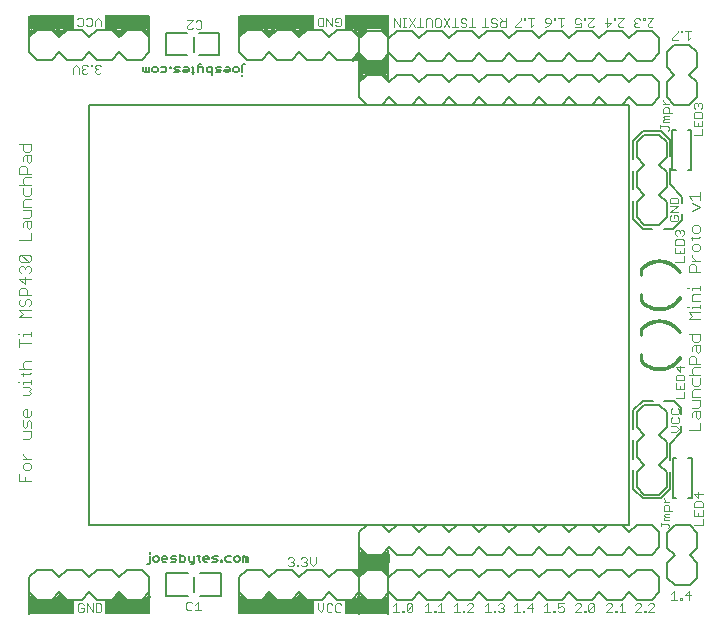
<source format=gto>
G75*
G70*
%OFA0B0*%
%FSLAX24Y24*%
%IPPOS*%
%LPD*%
%AMOC8*
5,1,8,0,0,1.08239X$1,22.5*
%
%ADD10C,0.0030*%
%ADD11C,0.0050*%
%ADD12R,0.2500X0.0500*%
%ADD13R,0.1500X0.0500*%
%ADD14R,0.1000X0.0500*%
%ADD15C,0.0080*%
%ADD16C,0.0100*%
%ADD17C,0.0240*%
%ADD18C,0.0010*%
D10*
X002327Y000586D02*
X002279Y000635D01*
X002279Y000828D01*
X002327Y000877D01*
X002424Y000877D01*
X002472Y000828D01*
X002472Y000731D02*
X002375Y000731D01*
X002472Y000731D02*
X002472Y000635D01*
X002424Y000586D01*
X002327Y000586D01*
X002573Y000586D02*
X002573Y000877D01*
X002767Y000586D01*
X002767Y000877D01*
X002868Y000877D02*
X003013Y000877D01*
X003061Y000828D01*
X003061Y000635D01*
X003013Y000586D01*
X002868Y000586D01*
X002868Y000877D01*
X005889Y000886D02*
X005889Y000692D01*
X005937Y000644D01*
X006034Y000644D01*
X006082Y000692D01*
X006183Y000644D02*
X006377Y000644D01*
X006280Y000644D02*
X006280Y000934D01*
X006183Y000837D01*
X006082Y000886D02*
X006034Y000934D01*
X005937Y000934D01*
X005889Y000886D01*
X009272Y002170D02*
X009321Y002121D01*
X009418Y002121D01*
X009466Y002170D01*
X009466Y002218D01*
X009418Y002266D01*
X009369Y002266D01*
X009418Y002266D02*
X009466Y002315D01*
X009466Y002363D01*
X009418Y002412D01*
X009321Y002412D01*
X009272Y002363D01*
X009567Y002170D02*
X009615Y002170D01*
X009615Y002121D01*
X009567Y002121D01*
X009567Y002170D01*
X009714Y002170D02*
X009763Y002121D01*
X009860Y002121D01*
X009908Y002170D01*
X009908Y002218D01*
X009860Y002266D01*
X009811Y002266D01*
X009860Y002266D02*
X009908Y002315D01*
X009908Y002363D01*
X009860Y002412D01*
X009763Y002412D01*
X009714Y002363D01*
X010009Y002412D02*
X010009Y002218D01*
X010106Y002121D01*
X010203Y002218D01*
X010203Y002412D01*
X010270Y000877D02*
X010270Y000683D01*
X010367Y000586D01*
X010463Y000683D01*
X010463Y000877D01*
X010564Y000828D02*
X010564Y000635D01*
X010613Y000586D01*
X010710Y000586D01*
X010758Y000635D01*
X010859Y000635D02*
X010907Y000586D01*
X011004Y000586D01*
X011053Y000635D01*
X011053Y000828D02*
X011004Y000877D01*
X010907Y000877D01*
X010859Y000828D01*
X010859Y000635D01*
X010758Y000828D02*
X010710Y000877D01*
X010613Y000877D01*
X010564Y000828D01*
X012791Y000777D02*
X012888Y000874D01*
X012888Y000584D01*
X012791Y000584D02*
X012985Y000584D01*
X013086Y000584D02*
X013134Y000584D01*
X013134Y000632D01*
X013086Y000632D01*
X013086Y000584D01*
X013233Y000632D02*
X013427Y000826D01*
X013427Y000632D01*
X013378Y000584D01*
X013281Y000584D01*
X013233Y000632D01*
X013233Y000826D01*
X013281Y000874D01*
X013378Y000874D01*
X013427Y000826D01*
X013854Y000777D02*
X013950Y000874D01*
X013950Y000584D01*
X013854Y000584D02*
X014047Y000584D01*
X014148Y000584D02*
X014148Y000632D01*
X014197Y000632D01*
X014197Y000584D01*
X014148Y000584D01*
X014296Y000584D02*
X014489Y000584D01*
X014392Y000584D02*
X014392Y000874D01*
X014296Y000777D01*
X014816Y000777D02*
X014913Y000874D01*
X014913Y000584D01*
X014816Y000584D02*
X015010Y000584D01*
X015111Y000584D02*
X015111Y000632D01*
X015159Y000632D01*
X015159Y000584D01*
X015111Y000584D01*
X015258Y000584D02*
X015452Y000777D01*
X015452Y000826D01*
X015403Y000874D01*
X015306Y000874D01*
X015258Y000826D01*
X015258Y000584D02*
X015452Y000584D01*
X015841Y000584D02*
X016035Y000584D01*
X015938Y000584D02*
X015938Y000874D01*
X015841Y000777D01*
X016136Y000632D02*
X016136Y000584D01*
X016184Y000584D01*
X016184Y000632D01*
X016136Y000632D01*
X016283Y000632D02*
X016331Y000584D01*
X016428Y000584D01*
X016477Y000632D01*
X016477Y000681D01*
X016428Y000729D01*
X016380Y000729D01*
X016428Y000729D02*
X016477Y000777D01*
X016477Y000826D01*
X016428Y000874D01*
X016331Y000874D01*
X016283Y000826D01*
X016816Y000777D02*
X016913Y000874D01*
X016913Y000584D01*
X016816Y000584D02*
X017010Y000584D01*
X017111Y000584D02*
X017159Y000584D01*
X017159Y000632D01*
X017111Y000632D01*
X017111Y000584D01*
X017258Y000729D02*
X017452Y000729D01*
X017403Y000874D02*
X017258Y000729D01*
X017403Y000584D02*
X017403Y000874D01*
X017829Y000777D02*
X017925Y000874D01*
X017925Y000584D01*
X017829Y000584D02*
X018022Y000584D01*
X018123Y000584D02*
X018172Y000584D01*
X018172Y000632D01*
X018123Y000632D01*
X018123Y000584D01*
X018271Y000632D02*
X018319Y000584D01*
X018416Y000584D01*
X018464Y000632D01*
X018464Y000729D01*
X018416Y000777D01*
X018367Y000777D01*
X018271Y000729D01*
X018271Y000874D01*
X018464Y000874D01*
X018854Y000826D02*
X018902Y000874D01*
X018999Y000874D01*
X019047Y000826D01*
X019047Y000777D01*
X018854Y000584D01*
X019047Y000584D01*
X019148Y000584D02*
X019148Y000632D01*
X019197Y000632D01*
X019197Y000584D01*
X019148Y000584D01*
X019296Y000632D02*
X019344Y000584D01*
X019441Y000584D01*
X019489Y000632D01*
X019489Y000826D01*
X019296Y000632D01*
X019296Y000826D01*
X019344Y000874D01*
X019441Y000874D01*
X019489Y000826D01*
X019891Y000826D02*
X019940Y000874D01*
X020036Y000874D01*
X020085Y000826D01*
X020085Y000777D01*
X019891Y000584D01*
X020085Y000584D01*
X020186Y000584D02*
X020186Y000632D01*
X020234Y000632D01*
X020234Y000584D01*
X020186Y000584D01*
X020333Y000584D02*
X020527Y000584D01*
X020430Y000584D02*
X020430Y000874D01*
X020333Y000777D01*
X020854Y000826D02*
X020902Y000874D01*
X020999Y000874D01*
X021047Y000826D01*
X021047Y000777D01*
X020854Y000584D01*
X021047Y000584D01*
X021148Y000584D02*
X021197Y000584D01*
X021197Y000632D01*
X021148Y000632D01*
X021148Y000584D01*
X021296Y000584D02*
X021489Y000777D01*
X021489Y000826D01*
X021441Y000874D01*
X021344Y000874D01*
X021296Y000826D01*
X021296Y000584D02*
X021489Y000584D01*
X022061Y000999D02*
X022255Y000999D01*
X022158Y000999D02*
X022158Y001289D01*
X022061Y001192D01*
X022356Y001047D02*
X022404Y001047D01*
X022404Y000999D01*
X022356Y000999D01*
X022356Y001047D01*
X022503Y001144D02*
X022697Y001144D01*
X022648Y001289D02*
X022503Y001144D01*
X022648Y000999D02*
X022648Y001289D01*
X021943Y003372D02*
X021991Y003420D01*
X021991Y003469D01*
X021943Y003517D01*
X021701Y003517D01*
X021701Y003469D02*
X021701Y003565D01*
X021798Y003667D02*
X021798Y003715D01*
X021846Y003763D01*
X021798Y003812D01*
X021846Y003860D01*
X021991Y003860D01*
X021991Y003763D02*
X021846Y003763D01*
X021798Y003667D02*
X021991Y003667D01*
X021991Y003961D02*
X021991Y004106D01*
X021943Y004155D01*
X021846Y004155D01*
X021798Y004106D01*
X021798Y003961D01*
X022088Y003961D01*
X021991Y004256D02*
X021798Y004256D01*
X021894Y004256D02*
X021798Y004353D01*
X021798Y004401D01*
X022816Y004527D02*
X022961Y004382D01*
X022961Y004575D01*
X023106Y004527D02*
X022816Y004527D01*
X022864Y004281D02*
X022816Y004232D01*
X022816Y004087D01*
X023106Y004087D01*
X023106Y004232D01*
X023058Y004281D01*
X022864Y004281D01*
X022816Y003986D02*
X022816Y003792D01*
X023106Y003792D01*
X023106Y003986D01*
X022961Y003889D02*
X022961Y003792D01*
X023106Y003691D02*
X023106Y003498D01*
X022816Y003498D01*
X022224Y006592D02*
X022321Y006689D01*
X022224Y006786D01*
X022031Y006786D01*
X022079Y006887D02*
X022273Y006887D01*
X022321Y006935D01*
X022321Y007032D01*
X022273Y007081D01*
X022273Y007182D02*
X022079Y007182D01*
X022031Y007230D01*
X022031Y007327D01*
X022079Y007375D01*
X022273Y007375D02*
X022321Y007327D01*
X022321Y007230D01*
X022273Y007182D01*
X022079Y007081D02*
X022031Y007032D01*
X022031Y006935D01*
X022079Y006887D01*
X022031Y006592D02*
X022224Y006592D01*
X022638Y006657D02*
X023009Y006657D01*
X023009Y006904D01*
X022947Y007026D02*
X022885Y007087D01*
X022885Y007272D01*
X022824Y007272D02*
X023009Y007272D01*
X023009Y007087D01*
X022947Y007026D01*
X022762Y007087D02*
X022762Y007211D01*
X022824Y007272D01*
X022762Y007394D02*
X022947Y007394D01*
X023009Y007456D01*
X023009Y007641D01*
X022762Y007641D01*
X022762Y007762D02*
X022762Y007947D01*
X022824Y008009D01*
X023009Y008009D01*
X022947Y008131D02*
X023009Y008192D01*
X023009Y008377D01*
X023009Y008499D02*
X022638Y008499D01*
X022762Y008561D02*
X022762Y008684D01*
X022824Y008746D01*
X023009Y008746D01*
X023009Y008867D02*
X022638Y008867D01*
X022638Y009052D01*
X022700Y009114D01*
X022824Y009114D01*
X022885Y009052D01*
X022885Y008867D01*
X022947Y009235D02*
X022885Y009297D01*
X022885Y009482D01*
X022824Y009482D02*
X023009Y009482D01*
X023009Y009297D01*
X022947Y009235D01*
X022762Y009297D02*
X022762Y009421D01*
X022824Y009482D01*
X022824Y009604D02*
X022762Y009665D01*
X022762Y009851D01*
X022638Y009851D02*
X023009Y009851D01*
X023009Y009665D01*
X022947Y009604D01*
X022824Y009604D01*
X023009Y010340D02*
X022638Y010340D01*
X022762Y010464D01*
X022638Y010587D01*
X023009Y010587D01*
X023009Y010709D02*
X023009Y010832D01*
X023009Y010770D02*
X022762Y010770D01*
X022762Y010709D01*
X022638Y010770D02*
X022577Y010770D01*
X022762Y010954D02*
X022762Y011139D01*
X022824Y011201D01*
X023009Y011201D01*
X023009Y011322D02*
X023009Y011446D01*
X023009Y011384D02*
X022762Y011384D01*
X022762Y011322D01*
X022638Y011384D02*
X022577Y011384D01*
X022762Y010954D02*
X023009Y010954D01*
X023009Y011936D02*
X022638Y011936D01*
X022638Y012121D01*
X022700Y012183D01*
X022824Y012183D01*
X022885Y012121D01*
X022885Y011936D01*
X022885Y012305D02*
X022762Y012428D01*
X022762Y012490D01*
X022824Y012611D02*
X022947Y012611D01*
X023009Y012673D01*
X023009Y012797D01*
X022947Y012858D01*
X022824Y012858D01*
X022762Y012797D01*
X022762Y012673D01*
X022824Y012611D01*
X022762Y012980D02*
X022762Y013103D01*
X022700Y013041D02*
X022947Y013041D01*
X023009Y013103D01*
X022947Y013225D02*
X023009Y013287D01*
X023009Y013410D01*
X022947Y013472D01*
X022824Y013472D01*
X022762Y013410D01*
X022762Y013287D01*
X022824Y013225D01*
X022947Y013225D01*
X022476Y013179D02*
X022428Y013130D01*
X022476Y013179D02*
X022476Y013275D01*
X022428Y013324D01*
X022379Y013324D01*
X022331Y013275D01*
X022331Y013227D01*
X022331Y013275D02*
X022283Y013324D01*
X022234Y013324D01*
X022186Y013275D01*
X022186Y013179D01*
X022234Y013130D01*
X022234Y013029D02*
X022186Y012981D01*
X022186Y012836D01*
X022476Y012836D01*
X022476Y012981D01*
X022428Y013029D01*
X022234Y013029D01*
X022186Y012734D02*
X022186Y012541D01*
X022476Y012541D01*
X022476Y012734D01*
X022331Y012638D02*
X022331Y012541D01*
X022476Y012440D02*
X022476Y012246D01*
X022186Y012246D01*
X022762Y012305D02*
X023009Y012305D01*
X022248Y013621D02*
X022055Y013621D01*
X022006Y013670D01*
X022006Y013766D01*
X022055Y013815D01*
X022151Y013815D02*
X022151Y013718D01*
X022151Y013815D02*
X022248Y013815D01*
X022296Y013766D01*
X022296Y013670D01*
X022248Y013621D01*
X022296Y013916D02*
X022006Y013916D01*
X022296Y014109D01*
X022006Y014109D01*
X022006Y014211D02*
X022006Y014356D01*
X022055Y014404D01*
X022248Y014404D01*
X022296Y014356D01*
X022296Y014211D01*
X022006Y014211D01*
X022638Y014454D02*
X023009Y014454D01*
X023009Y014577D02*
X023009Y014330D01*
X023009Y014085D02*
X022762Y014209D01*
X022762Y014330D02*
X022638Y014454D01*
X022762Y013962D02*
X023009Y014085D01*
X023091Y016481D02*
X022801Y016481D01*
X023091Y016481D02*
X023091Y016675D01*
X023091Y016776D02*
X023091Y016969D01*
X023091Y017071D02*
X022801Y017071D01*
X022801Y017216D01*
X022849Y017264D01*
X023043Y017264D01*
X023091Y017216D01*
X023091Y017071D01*
X022946Y016873D02*
X022946Y016776D01*
X022801Y016776D02*
X023091Y016776D01*
X022801Y016776D02*
X022801Y016969D01*
X022849Y017365D02*
X022801Y017414D01*
X022801Y017510D01*
X022849Y017559D01*
X022898Y017559D01*
X022946Y017510D01*
X022994Y017559D01*
X023043Y017559D01*
X023091Y017510D01*
X023091Y017414D01*
X023043Y017365D01*
X022946Y017462D02*
X022946Y017510D01*
X022083Y017226D02*
X021793Y017226D01*
X021793Y017371D01*
X021841Y017419D01*
X021938Y017419D01*
X021986Y017371D01*
X021986Y017226D01*
X021986Y017124D02*
X021841Y017124D01*
X021793Y017076D01*
X021841Y017028D01*
X021986Y017028D01*
X021986Y016931D02*
X021793Y016931D01*
X021793Y016979D01*
X021841Y017028D01*
X021696Y016830D02*
X021696Y016733D01*
X021696Y016781D02*
X021938Y016781D01*
X021986Y016733D01*
X021986Y016685D01*
X021938Y016636D01*
X021889Y017520D02*
X021793Y017617D01*
X021793Y017665D01*
X021793Y017520D02*
X021986Y017520D01*
X022073Y019669D02*
X022073Y019717D01*
X022267Y019911D01*
X022267Y019959D01*
X022366Y019959D02*
X022414Y019959D01*
X022414Y019911D01*
X022366Y019911D01*
X022366Y019959D01*
X022515Y019959D02*
X022709Y019959D01*
X022612Y019959D02*
X022612Y019669D01*
X022709Y019765D01*
X022267Y019669D02*
X022073Y019669D01*
X021461Y020137D02*
X021413Y020089D01*
X021316Y020089D01*
X021268Y020137D01*
X021268Y020185D01*
X021461Y020379D01*
X021268Y020379D01*
X021167Y020379D02*
X021118Y020379D01*
X021118Y020331D01*
X021167Y020331D01*
X021167Y020379D01*
X021019Y020331D02*
X020971Y020379D01*
X020874Y020379D01*
X020826Y020331D01*
X020826Y020282D01*
X020874Y020234D01*
X020923Y020234D01*
X020874Y020234D02*
X020826Y020185D01*
X020826Y020137D01*
X020874Y020089D01*
X020971Y020089D01*
X021019Y020137D01*
X020486Y020137D02*
X020438Y020089D01*
X020341Y020089D01*
X020293Y020137D01*
X020293Y020185D01*
X020486Y020379D01*
X020293Y020379D01*
X020192Y020379D02*
X020143Y020379D01*
X020143Y020331D01*
X020192Y020331D01*
X020192Y020379D01*
X020044Y020234D02*
X019851Y020234D01*
X019899Y020379D02*
X019899Y020089D01*
X020044Y020234D01*
X019474Y020137D02*
X019425Y020089D01*
X019329Y020089D01*
X019280Y020137D01*
X019280Y020185D01*
X019474Y020379D01*
X019280Y020379D01*
X019179Y020379D02*
X019131Y020379D01*
X019131Y020330D01*
X019179Y020330D01*
X019179Y020379D01*
X019032Y020330D02*
X018983Y020379D01*
X018887Y020379D01*
X018838Y020330D01*
X018838Y020234D01*
X018887Y020185D01*
X018935Y020185D01*
X019032Y020234D01*
X019032Y020089D01*
X018838Y020089D01*
X018474Y020185D02*
X018377Y020089D01*
X018377Y020379D01*
X018474Y020379D02*
X018280Y020379D01*
X018179Y020379D02*
X018131Y020379D01*
X018131Y020330D01*
X018179Y020330D01*
X018179Y020379D01*
X018032Y020330D02*
X017983Y020379D01*
X017887Y020379D01*
X017838Y020330D01*
X017838Y020282D01*
X017887Y020234D01*
X018032Y020234D01*
X018032Y020330D01*
X018032Y020234D02*
X017935Y020137D01*
X017838Y020089D01*
X017474Y020185D02*
X017377Y020089D01*
X017377Y020379D01*
X017474Y020379D02*
X017280Y020379D01*
X017179Y020379D02*
X017179Y020331D01*
X017131Y020331D01*
X017131Y020379D01*
X017179Y020379D01*
X017032Y020379D02*
X017032Y020331D01*
X016838Y020137D01*
X016838Y020089D01*
X017032Y020089D01*
X016536Y020089D02*
X016536Y020379D01*
X016536Y020282D02*
X016391Y020282D01*
X016343Y020234D01*
X016343Y020137D01*
X016391Y020089D01*
X016536Y020089D01*
X016439Y020282D02*
X016343Y020379D01*
X016242Y020331D02*
X016193Y020379D01*
X016096Y020379D01*
X016048Y020331D01*
X016048Y020282D01*
X016096Y020234D01*
X016193Y020234D01*
X016242Y020185D01*
X016242Y020137D01*
X016193Y020089D01*
X016096Y020089D01*
X016048Y020137D01*
X015947Y020089D02*
X015753Y020089D01*
X015850Y020089D02*
X015850Y020379D01*
X015427Y020379D02*
X015427Y020089D01*
X015524Y020089D02*
X015330Y020089D01*
X015229Y020137D02*
X015229Y020185D01*
X015181Y020234D01*
X015084Y020234D01*
X015036Y020282D01*
X015036Y020330D01*
X015084Y020379D01*
X015181Y020379D01*
X015229Y020330D01*
X015229Y020137D02*
X015181Y020089D01*
X015084Y020089D01*
X015036Y020137D01*
X014934Y020089D02*
X014741Y020089D01*
X014661Y020089D02*
X014468Y020379D01*
X014367Y020330D02*
X014318Y020379D01*
X014221Y020379D01*
X014173Y020330D01*
X014173Y020137D01*
X014221Y020089D01*
X014318Y020089D01*
X014367Y020137D01*
X014367Y020330D01*
X014468Y020089D02*
X014661Y020379D01*
X014838Y020379D02*
X014838Y020089D01*
X014072Y020089D02*
X014072Y020330D01*
X014024Y020379D01*
X013927Y020379D01*
X013878Y020330D01*
X013878Y020089D01*
X013777Y020089D02*
X013584Y020089D01*
X013499Y020089D02*
X013305Y020379D01*
X013204Y020379D02*
X013107Y020379D01*
X013156Y020379D02*
X013156Y020089D01*
X013204Y020089D02*
X013107Y020089D01*
X013008Y020089D02*
X012814Y020379D01*
X012814Y020089D01*
X013008Y020089D02*
X013008Y020379D01*
X013305Y020089D02*
X013499Y020379D01*
X013681Y020379D02*
X013681Y020089D01*
X011049Y020160D02*
X011000Y020111D01*
X010904Y020111D01*
X010855Y020160D01*
X010855Y020256D02*
X010952Y020256D01*
X010855Y020256D02*
X010855Y020353D01*
X010904Y020401D01*
X011000Y020401D01*
X011049Y020353D01*
X011049Y020160D01*
X010754Y020111D02*
X010561Y020401D01*
X010561Y020111D01*
X010459Y020111D02*
X010314Y020111D01*
X010266Y020160D01*
X010266Y020353D01*
X010314Y020401D01*
X010459Y020401D01*
X010459Y020111D01*
X010754Y020111D02*
X010754Y020401D01*
X006394Y020261D02*
X006394Y020067D01*
X006345Y020019D01*
X006249Y020019D01*
X006200Y020067D01*
X006099Y020067D02*
X006051Y020019D01*
X005954Y020019D01*
X005906Y020067D01*
X005906Y020115D01*
X006099Y020309D01*
X005906Y020309D01*
X006200Y020261D02*
X006249Y020309D01*
X006345Y020309D01*
X006394Y020261D01*
X003039Y020305D02*
X003039Y020111D01*
X003039Y020305D02*
X002942Y020401D01*
X002845Y020305D01*
X002845Y020111D01*
X002744Y020160D02*
X002696Y020111D01*
X002599Y020111D01*
X002551Y020160D01*
X002449Y020160D02*
X002449Y020353D01*
X002401Y020401D01*
X002304Y020401D01*
X002256Y020353D01*
X002256Y020160D02*
X002304Y020111D01*
X002401Y020111D01*
X002449Y020160D01*
X002551Y020353D02*
X002599Y020401D01*
X002696Y020401D01*
X002744Y020353D01*
X002744Y020160D01*
X002701Y018826D02*
X002749Y018826D01*
X002749Y018778D01*
X002701Y018778D01*
X002701Y018826D01*
X002602Y018778D02*
X002553Y018826D01*
X002457Y018826D01*
X002408Y018778D01*
X002408Y018730D01*
X002457Y018681D01*
X002505Y018681D01*
X002457Y018681D02*
X002408Y018633D01*
X002408Y018585D01*
X002457Y018536D01*
X002553Y018536D01*
X002602Y018585D01*
X002850Y018585D02*
X002850Y018633D01*
X002899Y018681D01*
X002850Y018730D01*
X002850Y018778D01*
X002899Y018826D01*
X002995Y018826D01*
X003044Y018778D01*
X002947Y018681D02*
X002899Y018681D01*
X002850Y018585D02*
X002899Y018536D01*
X002995Y018536D01*
X003044Y018585D01*
X002307Y018536D02*
X002307Y018730D01*
X002210Y018826D01*
X002114Y018730D01*
X002114Y018536D01*
X000699Y016184D02*
X000328Y016184D01*
X000452Y016184D02*
X000452Y015999D01*
X000514Y015937D01*
X000637Y015937D01*
X000699Y015999D01*
X000699Y016184D01*
X000699Y015815D02*
X000699Y015630D01*
X000637Y015569D01*
X000575Y015630D01*
X000575Y015815D01*
X000514Y015815D02*
X000699Y015815D01*
X000514Y015815D02*
X000452Y015754D01*
X000452Y015630D01*
X000390Y015447D02*
X000514Y015447D01*
X000575Y015385D01*
X000575Y015200D01*
X000699Y015200D02*
X000328Y015200D01*
X000328Y015385D01*
X000390Y015447D01*
X000514Y015079D02*
X000452Y015017D01*
X000452Y014894D01*
X000514Y014832D01*
X000452Y014710D02*
X000452Y014525D01*
X000514Y014464D01*
X000637Y014464D01*
X000699Y014525D01*
X000699Y014710D01*
X000699Y014832D02*
X000328Y014832D01*
X000514Y015079D02*
X000699Y015079D01*
X000699Y014342D02*
X000514Y014342D01*
X000452Y014280D01*
X000452Y014095D01*
X000699Y014095D01*
X000699Y013974D02*
X000452Y013974D01*
X000699Y013974D02*
X000699Y013789D01*
X000637Y013727D01*
X000452Y013727D01*
X000514Y013606D02*
X000452Y013544D01*
X000452Y013420D01*
X000575Y013420D02*
X000575Y013606D01*
X000514Y013606D02*
X000699Y013606D01*
X000699Y013420D01*
X000637Y013359D01*
X000575Y013420D01*
X000699Y013237D02*
X000699Y012990D01*
X000328Y012990D01*
X000390Y012501D02*
X000637Y012254D01*
X000699Y012315D01*
X000699Y012439D01*
X000637Y012501D01*
X000390Y012501D01*
X000328Y012439D01*
X000328Y012315D01*
X000390Y012254D01*
X000637Y012254D01*
X000637Y012132D02*
X000699Y012071D01*
X000699Y011947D01*
X000637Y011885D01*
X000514Y011764D02*
X000514Y011517D01*
X000328Y011702D01*
X000699Y011702D01*
X000514Y011396D02*
X000390Y011396D01*
X000328Y011334D01*
X000328Y011149D01*
X000699Y011149D01*
X000575Y011149D02*
X000575Y011334D01*
X000514Y011396D01*
X000575Y011027D02*
X000637Y011027D01*
X000699Y010966D01*
X000699Y010842D01*
X000637Y010781D01*
X000699Y010659D02*
X000328Y010659D01*
X000452Y010536D01*
X000328Y010412D01*
X000699Y010412D01*
X000452Y010781D02*
X000514Y010842D01*
X000514Y010966D01*
X000575Y011027D01*
X000390Y011027D02*
X000328Y010966D01*
X000328Y010842D01*
X000390Y010781D01*
X000452Y010781D01*
X000699Y009922D02*
X000699Y009798D01*
X000699Y009860D02*
X000452Y009860D01*
X000452Y009798D01*
X000328Y009860D02*
X000267Y009860D01*
X000328Y009677D02*
X000328Y009430D01*
X000328Y009554D02*
X000699Y009554D01*
X000699Y008940D02*
X000514Y008940D01*
X000452Y008879D01*
X000452Y008755D01*
X000514Y008694D01*
X000452Y008571D02*
X000452Y008448D01*
X000390Y008510D02*
X000637Y008510D01*
X000699Y008571D01*
X000699Y008694D02*
X000328Y008694D01*
X000328Y008264D02*
X000267Y008264D01*
X000452Y008264D02*
X000699Y008264D01*
X000699Y008202D02*
X000699Y008326D01*
X000637Y008081D02*
X000452Y008081D01*
X000452Y008202D02*
X000452Y008264D01*
X000637Y008081D02*
X000699Y008019D01*
X000637Y007958D01*
X000699Y007896D01*
X000637Y007834D01*
X000452Y007834D01*
X000514Y007344D02*
X000452Y007283D01*
X000452Y007159D01*
X000514Y007098D01*
X000637Y007098D01*
X000699Y007159D01*
X000699Y007283D01*
X000575Y007344D02*
X000575Y007098D01*
X000637Y006976D02*
X000575Y006914D01*
X000575Y006791D01*
X000514Y006729D01*
X000452Y006791D01*
X000452Y006976D01*
X000637Y006976D02*
X000699Y006914D01*
X000699Y006729D01*
X000699Y006608D02*
X000452Y006608D01*
X000699Y006608D02*
X000699Y006423D01*
X000637Y006361D01*
X000452Y006361D01*
X000452Y005871D02*
X000452Y005809D01*
X000575Y005686D01*
X000452Y005686D02*
X000699Y005686D01*
X000637Y005564D02*
X000514Y005564D01*
X000452Y005503D01*
X000452Y005379D01*
X000514Y005317D01*
X000637Y005317D01*
X000699Y005379D01*
X000699Y005503D01*
X000637Y005564D01*
X000328Y005196D02*
X000328Y004949D01*
X000699Y004949D01*
X000514Y004949D02*
X000514Y005073D01*
X000514Y007344D02*
X000575Y007344D01*
X000390Y011885D02*
X000328Y011947D01*
X000328Y012071D01*
X000390Y012132D01*
X000452Y012132D01*
X000514Y012071D01*
X000575Y012132D01*
X000637Y012132D01*
X000514Y012071D02*
X000514Y012009D01*
X022201Y008747D02*
X022346Y008602D01*
X022346Y008795D01*
X022491Y008747D02*
X022201Y008747D01*
X022249Y008501D02*
X022201Y008452D01*
X022201Y008307D01*
X022491Y008307D01*
X022491Y008452D01*
X022443Y008501D01*
X022249Y008501D01*
X022201Y008206D02*
X022201Y008012D01*
X022491Y008012D01*
X022491Y008206D01*
X022346Y008109D02*
X022346Y008012D01*
X022491Y007911D02*
X022491Y007718D01*
X022201Y007718D01*
X022762Y007762D02*
X023009Y007762D01*
X022947Y008131D02*
X022824Y008131D01*
X022762Y008192D01*
X022762Y008377D01*
X022824Y008499D02*
X022762Y008561D01*
D11*
X022151Y007619D02*
X021826Y007619D01*
X022151Y007619D02*
X022396Y007374D01*
X022396Y007176D01*
X022396Y006782D02*
X022396Y006584D01*
X022011Y006199D01*
X022011Y005646D01*
X022011Y005252D02*
X022011Y004699D01*
X021701Y004389D01*
X021101Y004389D01*
X020791Y004699D01*
X020792Y005308D01*
X020793Y005702D02*
X020794Y006311D01*
X020795Y006705D02*
X020796Y007314D01*
X021106Y007619D01*
X021432Y007619D01*
X021424Y013369D02*
X021121Y013369D01*
X021101Y013369D02*
X020771Y013699D01*
X020771Y014295D01*
X020771Y014688D02*
X020771Y015284D01*
X020771Y015678D02*
X020771Y016274D01*
X021106Y016609D01*
X021706Y016609D01*
X022006Y016309D01*
X022006Y015776D01*
X022006Y015382D02*
X022006Y014849D01*
X022391Y014449D01*
X022406Y014434D02*
X022406Y014233D01*
X022406Y013840D02*
X022406Y013639D01*
X022121Y013369D01*
X021818Y013369D01*
X007963Y002399D02*
X007963Y002264D01*
X007873Y002264D02*
X007873Y002399D01*
X007918Y002444D01*
X007963Y002399D01*
X007873Y002399D02*
X007828Y002444D01*
X007783Y002444D01*
X007783Y002264D01*
X007669Y002309D02*
X007669Y002399D01*
X007624Y002444D01*
X007534Y002444D01*
X007489Y002399D01*
X007489Y002309D01*
X007534Y002264D01*
X007624Y002264D01*
X007669Y002309D01*
X007374Y002264D02*
X007239Y002264D01*
X007194Y002309D01*
X007194Y002399D01*
X007239Y002444D01*
X007374Y002444D01*
X007092Y002309D02*
X007092Y002264D01*
X007047Y002264D01*
X007047Y002309D01*
X007092Y002309D01*
X006932Y002309D02*
X006887Y002354D01*
X006797Y002354D01*
X006752Y002399D01*
X006797Y002444D01*
X006932Y002444D01*
X006932Y002309D02*
X006887Y002264D01*
X006752Y002264D01*
X006637Y002354D02*
X006457Y002354D01*
X006457Y002399D02*
X006502Y002444D01*
X006592Y002444D01*
X006637Y002399D01*
X006637Y002354D01*
X006592Y002264D02*
X006502Y002264D01*
X006457Y002309D01*
X006457Y002399D01*
X006351Y002444D02*
X006261Y002444D01*
X006306Y002489D02*
X006306Y002309D01*
X006351Y002264D01*
X006146Y002264D02*
X006011Y002264D01*
X005966Y002309D01*
X005966Y002444D01*
X005852Y002399D02*
X005807Y002444D01*
X005672Y002444D01*
X005672Y002534D02*
X005672Y002264D01*
X005807Y002264D01*
X005852Y002309D01*
X005852Y002399D01*
X006146Y002444D02*
X006146Y002219D01*
X006101Y002174D01*
X006056Y002174D01*
X005557Y002309D02*
X005512Y002354D01*
X005422Y002354D01*
X005377Y002399D01*
X005422Y002444D01*
X005557Y002444D01*
X005557Y002309D02*
X005512Y002264D01*
X005377Y002264D01*
X005262Y002354D02*
X005082Y002354D01*
X005082Y002399D02*
X005127Y002444D01*
X005217Y002444D01*
X005262Y002399D01*
X005262Y002354D01*
X005217Y002264D02*
X005127Y002264D01*
X005082Y002309D01*
X005082Y002399D01*
X004968Y002399D02*
X004968Y002309D01*
X004923Y002264D01*
X004833Y002264D01*
X004788Y002309D01*
X004788Y002399D01*
X004833Y002444D01*
X004923Y002444D01*
X004968Y002399D01*
X004681Y002444D02*
X004681Y002219D01*
X004636Y002174D01*
X004591Y002174D01*
X004681Y002534D02*
X004681Y002579D01*
X007741Y018439D02*
X007741Y018484D01*
X007741Y018574D02*
X007741Y018799D01*
X007786Y018844D01*
X007831Y018844D01*
X007635Y018709D02*
X007635Y018619D01*
X007590Y018574D01*
X007500Y018574D01*
X007455Y018619D01*
X007455Y018709D01*
X007500Y018754D01*
X007590Y018754D01*
X007635Y018709D01*
X007340Y018709D02*
X007340Y018619D01*
X007295Y018574D01*
X007205Y018574D01*
X007160Y018619D01*
X007160Y018664D01*
X007340Y018664D01*
X007340Y018709D02*
X007295Y018754D01*
X007205Y018754D01*
X007045Y018754D02*
X006910Y018754D01*
X006865Y018709D01*
X006910Y018664D01*
X007000Y018664D01*
X007045Y018619D01*
X007000Y018574D01*
X006865Y018574D01*
X006751Y018574D02*
X006616Y018574D01*
X006571Y018619D01*
X006571Y018709D01*
X006616Y018754D01*
X006751Y018754D01*
X006751Y018484D01*
X006456Y018574D02*
X006456Y018709D01*
X006411Y018754D01*
X006276Y018754D01*
X006276Y018799D02*
X006321Y018844D01*
X006366Y018844D01*
X006276Y018799D02*
X006276Y018574D01*
X006162Y018574D02*
X006071Y018574D01*
X006117Y018529D02*
X006117Y018709D01*
X006071Y018754D01*
X005965Y018709D02*
X005965Y018619D01*
X005920Y018574D01*
X005830Y018574D01*
X005785Y018619D01*
X005785Y018664D01*
X005965Y018664D01*
X005965Y018709D02*
X005920Y018754D01*
X005830Y018754D01*
X005670Y018754D02*
X005535Y018754D01*
X005490Y018709D01*
X005535Y018664D01*
X005625Y018664D01*
X005670Y018619D01*
X005625Y018574D01*
X005490Y018574D01*
X005376Y018709D02*
X005331Y018709D01*
X005331Y018754D01*
X005376Y018754D01*
X005376Y018709D01*
X005229Y018709D02*
X005229Y018619D01*
X005184Y018574D01*
X005048Y018574D01*
X004934Y018619D02*
X004934Y018709D01*
X004889Y018754D01*
X004799Y018754D01*
X004754Y018709D01*
X004754Y018619D01*
X004799Y018574D01*
X004889Y018574D01*
X004934Y018619D01*
X005048Y018754D02*
X005184Y018754D01*
X005229Y018709D01*
X005221Y019139D02*
X005912Y019139D01*
X006306Y019139D02*
X006996Y019139D01*
X006991Y019879D01*
X006303Y019879D01*
X005909Y019879D02*
X005221Y019879D01*
X005221Y019139D01*
X004639Y018754D02*
X004639Y018574D01*
X004594Y018574D01*
X004549Y018619D01*
X004504Y018574D01*
X004459Y018619D01*
X004459Y018754D01*
X004549Y018754D02*
X004549Y018619D01*
D12*
X008901Y020244D03*
X008901Y000744D03*
D13*
X011901Y000744D03*
X003901Y000744D03*
X001401Y000744D03*
X001401Y020244D03*
X003901Y020244D03*
X011901Y020244D03*
D14*
X012151Y018744D03*
X012151Y002244D03*
D15*
X000651Y001274D02*
X000651Y000534D01*
X000901Y000994D02*
X001401Y000994D01*
X001651Y001244D01*
X001901Y000994D01*
X002401Y000994D01*
X002651Y001244D01*
X002901Y000994D01*
X003401Y000994D01*
X003651Y001244D01*
X003901Y000994D01*
X004401Y000994D01*
X004651Y001244D01*
X004651Y001744D01*
X004401Y001994D01*
X003901Y001994D01*
X003651Y001744D01*
X003401Y001994D01*
X002901Y001994D01*
X002651Y001744D01*
X002401Y001994D01*
X001901Y001994D01*
X001651Y001744D01*
X001401Y001994D01*
X000901Y001994D01*
X000651Y001744D01*
X000651Y001244D01*
X000901Y000994D01*
X002651Y003494D02*
X020651Y003494D01*
X020651Y017494D01*
X002651Y017494D01*
X002651Y003494D01*
X004651Y001274D02*
X004651Y000539D01*
X005221Y001119D02*
X005221Y001869D01*
X005221Y001879D02*
X005942Y001879D01*
X006151Y001744D02*
X006151Y001244D01*
X006336Y001119D02*
X007056Y001119D01*
X007056Y001879D01*
X006336Y001879D01*
X005942Y001119D02*
X005221Y001119D01*
X007651Y001244D02*
X007901Y000994D01*
X008401Y000994D01*
X008651Y001244D01*
X008901Y000994D01*
X009401Y000994D01*
X009651Y001244D01*
X009901Y000994D01*
X010401Y000994D01*
X010651Y001244D01*
X010901Y000994D01*
X011401Y000994D01*
X011651Y001244D01*
X011651Y001744D01*
X011901Y001994D01*
X012401Y001994D01*
X012651Y001744D01*
X012901Y001994D01*
X013401Y001994D01*
X013651Y001744D01*
X013901Y001994D01*
X014401Y001994D01*
X014651Y001744D01*
X014901Y001994D01*
X015401Y001994D01*
X015651Y001744D01*
X015901Y001994D01*
X016401Y001994D01*
X016651Y001744D01*
X016901Y001994D01*
X017401Y001994D01*
X017651Y001744D01*
X017901Y001994D01*
X018401Y001994D01*
X018651Y001744D01*
X018901Y001994D01*
X019401Y001994D01*
X019651Y001744D01*
X019901Y001994D01*
X020401Y001994D01*
X020651Y001744D01*
X020901Y001994D01*
X021401Y001994D01*
X021651Y001744D01*
X021651Y001244D01*
X021401Y000994D01*
X020901Y000994D01*
X020651Y001244D01*
X020401Y000994D01*
X019901Y000994D01*
X019651Y001244D01*
X019401Y000994D01*
X018901Y000994D01*
X018651Y001244D01*
X018401Y000994D01*
X017901Y000994D01*
X017651Y001244D01*
X017401Y000994D01*
X016901Y000994D01*
X016651Y001244D01*
X016401Y000994D01*
X015901Y000994D01*
X015651Y001244D01*
X015401Y000994D01*
X014901Y000994D01*
X014651Y001244D01*
X014401Y000994D01*
X013901Y000994D01*
X013651Y001244D01*
X013401Y000994D01*
X012901Y000994D01*
X012651Y001244D01*
X012401Y000994D01*
X011901Y000994D01*
X011651Y001244D01*
X011651Y001744D01*
X011401Y001994D01*
X010901Y001994D01*
X010651Y001744D01*
X010401Y001994D01*
X009901Y001994D01*
X009651Y001744D01*
X009401Y001994D01*
X008901Y001994D01*
X008651Y001744D01*
X008401Y001994D01*
X007901Y001994D01*
X007651Y001744D01*
X007651Y001244D01*
X007651Y001274D02*
X007651Y000539D01*
X011651Y000529D02*
X011646Y002764D01*
X011651Y002744D02*
X011901Y002494D01*
X012401Y002494D01*
X012651Y002744D01*
X012901Y002494D01*
X013401Y002494D01*
X013651Y002744D01*
X013901Y002494D01*
X014401Y002494D01*
X014651Y002744D01*
X014901Y002494D01*
X015401Y002494D01*
X015651Y002744D01*
X015901Y002494D01*
X016401Y002494D01*
X016651Y002744D01*
X016901Y002494D01*
X017401Y002494D01*
X017651Y002744D01*
X017901Y002494D01*
X018401Y002494D01*
X018651Y002744D01*
X018901Y002494D01*
X019401Y002494D01*
X019651Y002744D01*
X019901Y002494D01*
X020401Y002494D01*
X020651Y002744D01*
X020901Y002494D01*
X021401Y002494D01*
X021651Y002744D01*
X021651Y003244D01*
X021401Y003494D01*
X020901Y003494D01*
X020651Y003244D01*
X020401Y003494D01*
X019901Y003494D01*
X019651Y003244D01*
X019401Y003494D01*
X018901Y003494D01*
X018651Y003244D01*
X018401Y003494D01*
X017901Y003494D01*
X017651Y003244D01*
X017401Y003494D01*
X016901Y003494D01*
X016651Y003244D01*
X016401Y003494D01*
X015901Y003494D01*
X015651Y003244D01*
X015401Y003494D01*
X014901Y003494D01*
X014651Y003244D01*
X014401Y003494D01*
X013901Y003494D01*
X013651Y003244D01*
X013401Y003494D01*
X012901Y003494D01*
X012651Y003244D01*
X012401Y003494D01*
X011901Y003494D01*
X011651Y003244D01*
X011651Y002744D01*
X012616Y002669D02*
X012611Y000529D01*
X020901Y004744D02*
X021151Y004494D01*
X021651Y004494D01*
X021901Y004744D01*
X021901Y005244D01*
X021651Y005494D01*
X021901Y005744D01*
X021901Y006244D01*
X021651Y006494D01*
X021901Y006744D01*
X021901Y007244D01*
X021651Y007494D01*
X021151Y007494D01*
X020901Y007244D01*
X020901Y006744D01*
X021151Y006494D01*
X020901Y006244D01*
X020901Y005744D01*
X021151Y005494D01*
X020901Y005244D01*
X020901Y004744D01*
X022101Y004400D02*
X022101Y005738D01*
X022219Y005738D01*
X022613Y005738D02*
X022731Y005738D01*
X022731Y004400D01*
X022613Y004400D01*
X022219Y004400D02*
X022101Y004400D01*
X022166Y003474D02*
X021916Y003224D01*
X021916Y002724D01*
X022166Y002474D01*
X021916Y002224D01*
X021916Y001724D01*
X022166Y001474D01*
X022666Y001474D01*
X022916Y001724D01*
X022916Y002224D01*
X022666Y002474D01*
X022916Y002724D01*
X022916Y003224D01*
X022666Y003474D01*
X022166Y003474D01*
X021651Y013494D02*
X021151Y013494D01*
X020901Y013744D01*
X020901Y014244D01*
X021151Y014494D01*
X020901Y014744D01*
X020901Y015244D01*
X021151Y015494D01*
X020901Y015744D01*
X020901Y016244D01*
X021151Y016494D01*
X021651Y016494D01*
X021901Y016244D01*
X021901Y015744D01*
X021651Y015494D01*
X021901Y015244D01*
X021901Y014744D01*
X021651Y014494D01*
X021901Y014244D01*
X021901Y013744D01*
X021651Y013494D01*
X022096Y015325D02*
X022214Y015325D01*
X022096Y015325D02*
X022096Y016663D01*
X022214Y016663D01*
X022608Y016663D02*
X022726Y016663D01*
X022726Y015325D01*
X022608Y015325D01*
X022651Y017494D02*
X022151Y017494D01*
X021901Y017744D01*
X021901Y018244D01*
X022151Y018494D01*
X021901Y018744D01*
X021901Y019244D01*
X022151Y019494D01*
X022651Y019494D01*
X022901Y019244D01*
X022901Y018744D01*
X022651Y018494D01*
X022901Y018244D01*
X022901Y017744D01*
X022651Y017494D01*
X021651Y017744D02*
X021401Y017494D01*
X020901Y017494D01*
X020651Y017744D01*
X020401Y017494D01*
X019901Y017494D01*
X019651Y017744D01*
X019401Y017494D01*
X018901Y017494D01*
X018651Y017744D01*
X018401Y017494D01*
X017901Y017494D01*
X017651Y017744D01*
X017401Y017494D01*
X016901Y017494D01*
X016651Y017744D01*
X016401Y017494D01*
X015901Y017494D01*
X015651Y017744D01*
X015401Y017494D01*
X014901Y017494D01*
X014651Y017744D01*
X014401Y017494D01*
X013901Y017494D01*
X013651Y017744D01*
X013401Y017494D01*
X012901Y017494D01*
X012651Y017744D01*
X012401Y017494D01*
X011901Y017494D01*
X011651Y017744D01*
X011651Y018244D01*
X011901Y018494D01*
X012401Y018494D01*
X012651Y018244D01*
X012901Y018494D01*
X013401Y018494D01*
X013651Y018244D01*
X013901Y018494D01*
X014401Y018494D01*
X014651Y018244D01*
X014901Y018494D01*
X015401Y018494D01*
X015651Y018244D01*
X015901Y018494D01*
X016401Y018494D01*
X016651Y018244D01*
X016901Y018494D01*
X017401Y018494D01*
X017651Y018244D01*
X017901Y018494D01*
X018401Y018494D01*
X018651Y018244D01*
X018901Y018494D01*
X019401Y018494D01*
X019651Y018244D01*
X019901Y018494D01*
X020401Y018494D01*
X020651Y018244D01*
X020901Y018494D01*
X021401Y018494D01*
X021651Y018244D01*
X021651Y017744D01*
X021406Y018969D02*
X020906Y018969D01*
X020656Y019219D01*
X020406Y018969D01*
X019906Y018969D01*
X019656Y019219D01*
X019406Y018969D01*
X018906Y018969D01*
X018656Y019219D01*
X018406Y018969D01*
X017906Y018969D01*
X017656Y019219D01*
X017406Y018969D01*
X016906Y018969D01*
X016656Y019219D01*
X016406Y018969D01*
X015906Y018969D01*
X015656Y019219D01*
X015406Y018969D01*
X014906Y018969D01*
X014656Y019219D01*
X014406Y018969D01*
X013906Y018969D01*
X013656Y019219D01*
X013406Y018969D01*
X012906Y018969D01*
X012656Y019219D01*
X012406Y018969D01*
X011906Y018969D01*
X011656Y019219D01*
X011656Y019719D01*
X011906Y019969D01*
X012406Y019969D01*
X012656Y019719D01*
X012906Y019969D01*
X013406Y019969D01*
X013656Y019719D01*
X013906Y019969D01*
X014406Y019969D01*
X014656Y019719D01*
X014906Y019969D01*
X015406Y019969D01*
X015656Y019719D01*
X015906Y019969D01*
X016406Y019969D01*
X016656Y019719D01*
X016906Y019969D01*
X017406Y019969D01*
X017656Y019719D01*
X017906Y019969D01*
X018406Y019969D01*
X018656Y019719D01*
X018906Y019969D01*
X019406Y019969D01*
X019656Y019719D01*
X019906Y019969D01*
X020406Y019969D01*
X020656Y019719D01*
X020906Y019969D01*
X021406Y019969D01*
X021656Y019719D01*
X021656Y019219D01*
X021406Y018969D01*
X012616Y018324D02*
X012506Y018474D01*
X012556Y018434D02*
X012516Y018564D01*
X012616Y018324D02*
X012616Y020444D01*
X012446Y020069D02*
X012586Y019909D01*
X011851Y020049D02*
X011686Y019869D01*
X011646Y019869D01*
X011496Y019979D01*
X011506Y019979D01*
X011801Y019979D01*
X011656Y020089D02*
X011656Y018219D01*
X011676Y018374D02*
X011791Y018474D01*
X011716Y018454D01*
X011686Y018869D02*
X011716Y019089D01*
X011801Y019009D01*
X011651Y019244D02*
X011651Y019744D01*
X011401Y019994D01*
X010901Y019994D01*
X010651Y019744D01*
X010401Y019994D01*
X009901Y019994D01*
X009651Y019744D01*
X009401Y019994D01*
X008901Y019994D01*
X008651Y019744D01*
X008401Y019994D01*
X007901Y019994D01*
X007651Y019744D01*
X007651Y019244D01*
X007901Y018994D01*
X008401Y018994D01*
X008651Y019244D01*
X008901Y018994D01*
X009401Y018994D01*
X009651Y019244D01*
X009901Y018994D01*
X010401Y018994D01*
X010651Y019244D01*
X010901Y018994D01*
X011401Y018994D01*
X011651Y019244D01*
X012496Y019019D02*
X012546Y019019D01*
X012496Y019019D02*
X012576Y019099D01*
X007651Y019699D02*
X007651Y020454D01*
X006151Y019744D02*
X006151Y019244D01*
X004651Y019244D02*
X004651Y019744D01*
X004401Y019994D01*
X003901Y019994D01*
X003651Y019744D01*
X003401Y019994D01*
X002901Y019994D01*
X002651Y019744D01*
X002401Y019994D01*
X001901Y019994D01*
X001651Y019744D01*
X001401Y019994D01*
X000901Y019994D01*
X000651Y019744D01*
X000651Y019244D01*
X000901Y018994D01*
X001401Y018994D01*
X001651Y019244D01*
X001901Y018994D01*
X002401Y018994D01*
X002651Y019244D01*
X002901Y018994D01*
X003401Y018994D01*
X003651Y019244D01*
X003901Y018994D01*
X004401Y018994D01*
X004651Y019244D01*
X004651Y019729D02*
X004651Y020454D01*
X000651Y020459D02*
X000651Y019684D01*
D16*
X000686Y019859D02*
X000721Y019999D01*
X000686Y019859D02*
X000876Y020059D01*
X001441Y020014D02*
X001621Y019814D01*
X001831Y019994D01*
X001576Y019929D01*
X001556Y019984D01*
X001601Y020039D02*
X001601Y019929D01*
X001651Y019879D01*
X003416Y020109D02*
X003646Y019854D01*
X003786Y019979D01*
X003606Y019954D01*
X003671Y019819D02*
X003871Y020019D01*
X003871Y020074D01*
X004461Y020014D02*
X004601Y019864D01*
X004571Y019989D01*
X007696Y019869D02*
X007721Y020014D01*
X007731Y019909D02*
X007881Y020074D01*
X007731Y019909D02*
X007696Y019869D01*
X008481Y020039D02*
X008676Y019839D01*
X008806Y019984D01*
X008616Y019954D01*
X008661Y019929D01*
X009446Y020019D02*
X009631Y019829D01*
X009766Y019974D01*
X009591Y019964D01*
X009811Y020009D01*
X009621Y019889D01*
X011426Y019004D02*
X011431Y019009D01*
X011676Y019009D01*
X011591Y019009D01*
X011551Y019049D01*
X011551Y019054D01*
X011606Y019109D01*
X011701Y019119D02*
X011701Y018879D01*
X011791Y018879D01*
X011736Y018999D02*
X011746Y019009D01*
X011676Y019009D01*
X011701Y018509D02*
X011676Y018389D01*
X011741Y018404D02*
X011871Y018504D01*
X012431Y018519D02*
X012506Y018464D01*
X012556Y019884D02*
X012556Y019974D01*
X012556Y019884D02*
X012426Y020014D01*
X011876Y019984D02*
X011751Y019984D01*
X011616Y019849D01*
X011681Y019804D02*
X011696Y019804D01*
X011876Y019984D01*
X021031Y012004D02*
X021031Y011824D01*
X021031Y011184D02*
X021031Y010984D01*
X021031Y010004D02*
X021031Y009824D01*
X021031Y009184D02*
X021031Y008984D01*
X012576Y001079D02*
X012406Y000779D01*
X012516Y000839D02*
X012576Y001079D01*
X011636Y000959D02*
X011626Y001109D01*
X011616Y001869D02*
X011606Y001869D01*
X011561Y001914D01*
X011556Y001919D01*
X011561Y001914D01*
X011616Y001869D02*
X011636Y001889D01*
X011636Y001984D01*
X011411Y001984D01*
X009666Y001169D02*
X009666Y001019D01*
X009661Y001014D01*
X009611Y001014D02*
X009611Y001114D01*
X009666Y001169D01*
X004641Y001109D02*
X004496Y001004D01*
X004516Y000954D02*
X004641Y001109D01*
X003856Y000914D02*
X003656Y001144D01*
X003496Y000989D01*
X003711Y001019D01*
X003651Y001059D02*
X003646Y001054D01*
X003671Y000959D01*
X001876Y000924D02*
X001661Y001134D01*
X001491Y000999D01*
X001701Y001024D01*
X001661Y001064D02*
X001661Y001149D01*
X001656Y001154D01*
X000806Y001004D02*
X000696Y001094D01*
X000686Y000874D01*
D17*
X007731Y000689D02*
X007741Y001039D01*
X008446Y000829D02*
X008661Y001074D01*
X008741Y001004D01*
X009381Y000879D02*
X009671Y001064D01*
X009746Y000914D01*
X011416Y000899D02*
X011666Y001029D01*
X011756Y000989D01*
X012416Y000854D02*
X012521Y000984D01*
X012521Y001984D02*
X012536Y002494D01*
X012346Y002239D02*
X012521Y001984D01*
X011736Y001944D02*
X011741Y002534D01*
X011741Y002444D01*
D18*
X021656Y008650D02*
X021656Y008740D01*
X021656Y008739D02*
X021710Y008741D01*
X021763Y008747D01*
X021816Y008757D01*
X021868Y008771D01*
X021919Y008788D01*
X021968Y008809D01*
X022016Y008833D01*
X022062Y008861D01*
X022106Y008892D01*
X022148Y008926D01*
X022187Y008962D01*
X022224Y009002D01*
X022257Y009044D01*
X022288Y009088D01*
X022315Y009134D01*
X022394Y009092D01*
X022366Y009043D01*
X022334Y008997D01*
X022299Y008952D01*
X022262Y008910D01*
X022221Y008871D01*
X022178Y008834D01*
X022133Y008800D01*
X022086Y008769D01*
X022036Y008742D01*
X021985Y008718D01*
X021933Y008697D01*
X021879Y008680D01*
X021824Y008667D01*
X021769Y008657D01*
X021712Y008651D01*
X021656Y008649D01*
X021656Y008658D01*
X021712Y008660D01*
X021767Y008666D01*
X021822Y008676D01*
X021877Y008689D01*
X021930Y008706D01*
X021982Y008726D01*
X022032Y008750D01*
X022081Y008777D01*
X022128Y008807D01*
X022173Y008841D01*
X022215Y008877D01*
X022255Y008916D01*
X022292Y008958D01*
X022327Y009002D01*
X022358Y009048D01*
X022386Y009096D01*
X022378Y009100D01*
X022350Y009053D01*
X022319Y009007D01*
X022285Y008964D01*
X022249Y008922D01*
X022209Y008884D01*
X022167Y008848D01*
X022123Y008815D01*
X022077Y008785D01*
X022028Y008758D01*
X021978Y008735D01*
X021927Y008714D01*
X021874Y008698D01*
X021821Y008685D01*
X021766Y008675D01*
X021711Y008669D01*
X021656Y008667D01*
X021656Y008676D01*
X021711Y008678D01*
X021765Y008684D01*
X021819Y008693D01*
X021872Y008706D01*
X021924Y008723D01*
X021975Y008743D01*
X022024Y008766D01*
X022072Y008793D01*
X022118Y008822D01*
X022162Y008855D01*
X022203Y008890D01*
X022242Y008929D01*
X022279Y008969D01*
X022312Y009012D01*
X022343Y009058D01*
X022370Y009105D01*
X022362Y009109D01*
X022335Y009062D01*
X022305Y009018D01*
X022272Y008975D01*
X022236Y008935D01*
X022197Y008897D01*
X022156Y008862D01*
X022113Y008830D01*
X022067Y008800D01*
X022020Y008774D01*
X021971Y008751D01*
X021921Y008731D01*
X021869Y008715D01*
X021817Y008702D01*
X021764Y008693D01*
X021710Y008687D01*
X021656Y008685D01*
X021656Y008694D01*
X021709Y008696D01*
X021763Y008702D01*
X021815Y008711D01*
X021867Y008724D01*
X021918Y008740D01*
X021968Y008759D01*
X022016Y008782D01*
X022063Y008808D01*
X022107Y008837D01*
X022150Y008869D01*
X022191Y008904D01*
X022229Y008941D01*
X022265Y008981D01*
X022298Y009023D01*
X022328Y009067D01*
X022355Y009113D01*
X022347Y009117D01*
X022320Y009072D01*
X022290Y009028D01*
X022258Y008987D01*
X022223Y008947D01*
X022185Y008910D01*
X022145Y008876D01*
X022102Y008844D01*
X022058Y008816D01*
X022012Y008790D01*
X021964Y008768D01*
X021915Y008748D01*
X021865Y008732D01*
X021813Y008720D01*
X021761Y008711D01*
X021709Y008705D01*
X021656Y008703D01*
X021656Y008712D01*
X021712Y008714D01*
X021767Y008721D01*
X021822Y008731D01*
X021876Y008745D01*
X021928Y008763D01*
X021980Y008784D01*
X022029Y008810D01*
X022077Y008838D01*
X022123Y008870D01*
X022166Y008905D01*
X022206Y008943D01*
X022244Y008984D01*
X022279Y009028D01*
X022310Y009074D01*
X022339Y009122D01*
X022331Y009126D01*
X022303Y009078D01*
X022272Y009033D01*
X022237Y008990D01*
X022200Y008950D01*
X022160Y008912D01*
X022117Y008877D01*
X022072Y008846D01*
X022025Y008817D01*
X021976Y008793D01*
X021925Y008771D01*
X021873Y008754D01*
X021820Y008740D01*
X021766Y008730D01*
X021711Y008723D01*
X021656Y008721D01*
X021656Y008730D01*
X021710Y008732D01*
X021764Y008738D01*
X021818Y008748D01*
X021870Y008762D01*
X021922Y008780D01*
X021972Y008801D01*
X022021Y008825D01*
X022067Y008853D01*
X022112Y008885D01*
X022154Y008919D01*
X022193Y008956D01*
X022230Y008996D01*
X022264Y009038D01*
X022295Y009083D01*
X022323Y009130D01*
X022382Y009917D02*
X022304Y009872D01*
X022304Y009873D02*
X022276Y009917D01*
X022245Y009959D01*
X022212Y009999D01*
X022176Y010037D01*
X022137Y010072D01*
X022096Y010104D01*
X022052Y010134D01*
X022007Y010160D01*
X021960Y010183D01*
X021912Y010203D01*
X021862Y010219D01*
X021812Y010232D01*
X021760Y010241D01*
X021708Y010247D01*
X021656Y010249D01*
X021655Y010338D01*
X021656Y010339D01*
X021711Y010337D01*
X021765Y010331D01*
X021820Y010322D01*
X021873Y010309D01*
X021925Y010293D01*
X021977Y010274D01*
X022027Y010251D01*
X022075Y010225D01*
X022122Y010196D01*
X022166Y010164D01*
X022209Y010129D01*
X022249Y010091D01*
X022286Y010051D01*
X022321Y010009D01*
X022353Y009964D01*
X022382Y009918D01*
X022374Y009913D01*
X022346Y009959D01*
X022314Y010003D01*
X022279Y010045D01*
X022242Y010085D01*
X022203Y010122D01*
X022161Y010157D01*
X022117Y010188D01*
X022071Y010217D01*
X022023Y010243D01*
X021973Y010265D01*
X021923Y010285D01*
X021871Y010301D01*
X021818Y010313D01*
X021764Y010322D01*
X021710Y010328D01*
X021656Y010330D01*
X021656Y010321D01*
X021710Y010319D01*
X021763Y010313D01*
X021816Y010304D01*
X021868Y010292D01*
X021920Y010276D01*
X021970Y010257D01*
X022019Y010235D01*
X022066Y010209D01*
X022112Y010181D01*
X022155Y010149D01*
X022197Y010115D01*
X022236Y010079D01*
X022273Y010039D01*
X022307Y009998D01*
X022338Y009954D01*
X022367Y009909D01*
X022359Y009904D01*
X022329Y009952D01*
X022295Y009998D01*
X022259Y010041D01*
X022219Y010082D01*
X022177Y010120D01*
X022133Y010155D01*
X022086Y010187D01*
X022037Y010215D01*
X021986Y010240D01*
X021933Y010262D01*
X021880Y010279D01*
X021825Y010293D01*
X021769Y010303D01*
X021713Y010310D01*
X021656Y010312D01*
X021656Y010303D01*
X021712Y010301D01*
X021768Y010295D01*
X021823Y010285D01*
X021877Y010271D01*
X021930Y010253D01*
X021982Y010232D01*
X022033Y010207D01*
X022081Y010179D01*
X022127Y010148D01*
X022172Y010113D01*
X022213Y010076D01*
X022252Y010035D01*
X022288Y009993D01*
X022321Y009947D01*
X022351Y009900D01*
X022343Y009895D01*
X022314Y009942D01*
X022281Y009987D01*
X022245Y010029D01*
X022207Y010069D01*
X022166Y010106D01*
X022122Y010141D01*
X022076Y010172D01*
X022028Y010199D01*
X021979Y010224D01*
X021927Y010245D01*
X021875Y010262D01*
X021821Y010276D01*
X021766Y010286D01*
X021711Y010292D01*
X021656Y010294D01*
X021656Y010285D01*
X021711Y010283D01*
X021765Y010277D01*
X021819Y010267D01*
X021872Y010253D01*
X021924Y010236D01*
X021975Y010216D01*
X022024Y010191D01*
X022071Y010164D01*
X022117Y010133D01*
X022160Y010100D01*
X022201Y010063D01*
X022239Y010023D01*
X022274Y009981D01*
X022306Y009937D01*
X022335Y009891D01*
X022327Y009886D01*
X022299Y009932D01*
X022267Y009976D01*
X022232Y010017D01*
X022194Y010056D01*
X022154Y010093D01*
X022112Y010126D01*
X022067Y010156D01*
X022020Y010184D01*
X021971Y010207D01*
X021921Y010228D01*
X021870Y010245D01*
X021817Y010258D01*
X021764Y010268D01*
X021710Y010274D01*
X021656Y010276D01*
X021656Y010267D01*
X021709Y010265D01*
X021763Y010259D01*
X021815Y010249D01*
X021867Y010236D01*
X021918Y010219D01*
X021968Y010199D01*
X022016Y010176D01*
X022062Y010149D01*
X022106Y010119D01*
X022148Y010086D01*
X022188Y010050D01*
X022225Y010011D01*
X022260Y009970D01*
X022291Y009927D01*
X022320Y009882D01*
X022312Y009877D01*
X022284Y009922D01*
X022253Y009965D01*
X022219Y010005D01*
X022182Y010043D01*
X022143Y010079D01*
X022101Y010111D01*
X022057Y010141D01*
X022011Y010168D01*
X021964Y010191D01*
X021915Y010211D01*
X021865Y010228D01*
X021813Y010241D01*
X021761Y010250D01*
X021709Y010256D01*
X021656Y010258D01*
X021647Y010338D02*
X021647Y010248D01*
X021646Y010249D02*
X021592Y010247D01*
X021539Y010241D01*
X021486Y010231D01*
X021434Y010217D01*
X021383Y010200D01*
X021333Y010179D01*
X021285Y010155D01*
X021239Y010127D01*
X021195Y010096D01*
X021154Y010062D01*
X021114Y010025D01*
X021078Y009986D01*
X021010Y010043D01*
X021009Y010044D01*
X021047Y010085D01*
X021087Y010123D01*
X021130Y010159D01*
X021175Y010192D01*
X021222Y010222D01*
X021270Y010248D01*
X021321Y010272D01*
X021373Y010292D01*
X021426Y010308D01*
X021480Y010322D01*
X021535Y010331D01*
X021590Y010337D01*
X021646Y010339D01*
X021646Y010330D01*
X021591Y010328D01*
X021536Y010322D01*
X021482Y010313D01*
X021428Y010300D01*
X021376Y010283D01*
X021324Y010264D01*
X021274Y010240D01*
X021226Y010214D01*
X021180Y010184D01*
X021135Y010152D01*
X021093Y010117D01*
X021053Y010078D01*
X021016Y010038D01*
X021023Y010032D01*
X021060Y010072D01*
X021099Y010110D01*
X021141Y010145D01*
X021185Y010177D01*
X021231Y010206D01*
X021279Y010232D01*
X021328Y010255D01*
X021379Y010275D01*
X021431Y010291D01*
X021484Y010304D01*
X021537Y010313D01*
X021592Y010319D01*
X021646Y010321D01*
X021646Y010312D01*
X021592Y010310D01*
X021539Y010304D01*
X021486Y010295D01*
X021433Y010282D01*
X021382Y010266D01*
X021331Y010247D01*
X021283Y010224D01*
X021235Y010199D01*
X021190Y010170D01*
X021146Y010138D01*
X021105Y010103D01*
X021066Y010066D01*
X021030Y010026D01*
X021037Y010020D01*
X021073Y010060D01*
X021111Y010097D01*
X021152Y010131D01*
X021195Y010162D01*
X021240Y010191D01*
X021287Y010216D01*
X021335Y010239D01*
X021385Y010258D01*
X021436Y010274D01*
X021487Y010286D01*
X021540Y010295D01*
X021593Y010301D01*
X021646Y010303D01*
X021646Y010294D01*
X021593Y010292D01*
X021541Y010286D01*
X021489Y010277D01*
X021438Y010265D01*
X021388Y010249D01*
X021338Y010230D01*
X021291Y010208D01*
X021244Y010183D01*
X021200Y010155D01*
X021158Y010124D01*
X021117Y010090D01*
X021079Y010053D01*
X021044Y010015D01*
X021050Y010009D01*
X021086Y010047D01*
X021123Y010083D01*
X021163Y010117D01*
X021205Y010147D01*
X021249Y010175D01*
X021295Y010200D01*
X021342Y010222D01*
X021391Y010241D01*
X021440Y010256D01*
X021491Y010269D01*
X021542Y010277D01*
X021594Y010283D01*
X021646Y010285D01*
X021646Y010276D01*
X021590Y010274D01*
X021535Y010267D01*
X021480Y010257D01*
X021426Y010243D01*
X021373Y010225D01*
X021322Y010203D01*
X021272Y010178D01*
X021224Y010149D01*
X021179Y010117D01*
X021136Y010082D01*
X021095Y010044D01*
X021057Y010003D01*
X021064Y009997D01*
X021101Y010038D01*
X021142Y010075D01*
X021184Y010110D01*
X021229Y010142D01*
X021277Y010170D01*
X021326Y010195D01*
X021377Y010217D01*
X021429Y010234D01*
X021482Y010248D01*
X021536Y010258D01*
X021591Y010265D01*
X021646Y010267D01*
X021646Y010258D01*
X021592Y010256D01*
X021537Y010250D01*
X021484Y010240D01*
X021431Y010226D01*
X021380Y010208D01*
X021330Y010187D01*
X021281Y010162D01*
X021234Y010134D01*
X021190Y010103D01*
X021148Y010069D01*
X021108Y010031D01*
X021071Y009991D01*
X021006Y008950D02*
X021075Y009007D01*
X021074Y009007D02*
X021111Y008967D01*
X021150Y008929D01*
X021192Y008895D01*
X021236Y008863D01*
X021282Y008835D01*
X021331Y008810D01*
X021381Y008789D01*
X021432Y008771D01*
X021485Y008758D01*
X021538Y008748D01*
X021592Y008741D01*
X021646Y008739D01*
X021647Y008650D01*
X021646Y008649D01*
X021590Y008651D01*
X021534Y008657D01*
X021479Y008667D01*
X021424Y008680D01*
X021371Y008697D01*
X021318Y008717D01*
X021267Y008741D01*
X021218Y008768D01*
X021171Y008799D01*
X021126Y008832D01*
X021083Y008868D01*
X021043Y008907D01*
X021005Y008949D01*
X021012Y008955D01*
X021049Y008914D01*
X021089Y008875D01*
X021131Y008839D01*
X021176Y008806D01*
X021223Y008776D01*
X021271Y008749D01*
X021322Y008726D01*
X021374Y008705D01*
X021427Y008689D01*
X021481Y008676D01*
X021535Y008666D01*
X021590Y008660D01*
X021646Y008658D01*
X021646Y008667D01*
X021591Y008669D01*
X021536Y008675D01*
X021482Y008684D01*
X021429Y008697D01*
X021377Y008714D01*
X021325Y008734D01*
X021276Y008757D01*
X021227Y008784D01*
X021181Y008813D01*
X021137Y008846D01*
X021095Y008882D01*
X021056Y008920D01*
X021019Y008961D01*
X021026Y008966D01*
X021062Y008926D01*
X021101Y008888D01*
X021143Y008853D01*
X021186Y008821D01*
X021232Y008791D01*
X021280Y008765D01*
X021329Y008742D01*
X021379Y008722D01*
X021431Y008706D01*
X021484Y008693D01*
X021538Y008684D01*
X021592Y008678D01*
X021646Y008676D01*
X021646Y008685D01*
X021592Y008687D01*
X021539Y008693D01*
X021486Y008702D01*
X021434Y008715D01*
X021382Y008731D01*
X021332Y008750D01*
X021284Y008773D01*
X021237Y008799D01*
X021191Y008828D01*
X021148Y008860D01*
X021107Y008895D01*
X021069Y008932D01*
X021033Y008972D01*
X021040Y008978D01*
X021075Y008939D01*
X021113Y008902D01*
X021154Y008867D01*
X021197Y008836D01*
X021241Y008807D01*
X021288Y008781D01*
X021336Y008759D01*
X021385Y008739D01*
X021436Y008723D01*
X021488Y008711D01*
X021540Y008702D01*
X021593Y008696D01*
X021646Y008694D01*
X021646Y008703D01*
X021594Y008705D01*
X021541Y008711D01*
X021490Y008720D01*
X021439Y008732D01*
X021388Y008748D01*
X021339Y008767D01*
X021292Y008789D01*
X021246Y008815D01*
X021202Y008843D01*
X021160Y008874D01*
X021119Y008908D01*
X021082Y008945D01*
X021047Y008984D01*
X021053Y008990D01*
X021088Y008951D01*
X021126Y008915D01*
X021165Y008881D01*
X021207Y008850D01*
X021251Y008822D01*
X021296Y008797D01*
X021343Y008775D01*
X021391Y008756D01*
X021441Y008741D01*
X021491Y008728D01*
X021542Y008720D01*
X021594Y008714D01*
X021646Y008712D01*
X021646Y008721D01*
X021595Y008723D01*
X021544Y008728D01*
X021493Y008737D01*
X021443Y008749D01*
X021394Y008765D01*
X021347Y008783D01*
X021300Y008805D01*
X021255Y008830D01*
X021212Y008858D01*
X021171Y008888D01*
X021132Y008921D01*
X021095Y008957D01*
X021060Y008995D01*
X021067Y009001D01*
X021104Y008960D01*
X021144Y008922D01*
X021186Y008888D01*
X021231Y008856D01*
X021278Y008827D01*
X021327Y008802D01*
X021378Y008781D01*
X021429Y008763D01*
X021483Y008749D01*
X021537Y008739D01*
X021591Y008732D01*
X021646Y008730D01*
X022382Y011917D02*
X022304Y011872D01*
X022304Y011873D02*
X022276Y011917D01*
X022245Y011959D01*
X022212Y011999D01*
X022176Y012037D01*
X022137Y012072D01*
X022096Y012104D01*
X022052Y012134D01*
X022007Y012160D01*
X021960Y012183D01*
X021912Y012203D01*
X021862Y012219D01*
X021812Y012232D01*
X021760Y012241D01*
X021708Y012247D01*
X021656Y012249D01*
X021655Y012338D01*
X021656Y012339D01*
X021711Y012337D01*
X021765Y012331D01*
X021820Y012322D01*
X021873Y012309D01*
X021925Y012293D01*
X021977Y012274D01*
X022027Y012251D01*
X022075Y012225D01*
X022122Y012196D01*
X022166Y012164D01*
X022209Y012129D01*
X022249Y012091D01*
X022286Y012051D01*
X022321Y012009D01*
X022353Y011964D01*
X022382Y011918D01*
X022374Y011913D01*
X022346Y011959D01*
X022314Y012003D01*
X022279Y012045D01*
X022242Y012085D01*
X022203Y012122D01*
X022161Y012157D01*
X022117Y012188D01*
X022071Y012217D01*
X022023Y012243D01*
X021973Y012265D01*
X021923Y012285D01*
X021871Y012301D01*
X021818Y012313D01*
X021764Y012322D01*
X021710Y012328D01*
X021656Y012330D01*
X021656Y012321D01*
X021710Y012319D01*
X021763Y012313D01*
X021816Y012304D01*
X021868Y012292D01*
X021920Y012276D01*
X021970Y012257D01*
X022019Y012235D01*
X022066Y012209D01*
X022112Y012181D01*
X022155Y012149D01*
X022197Y012115D01*
X022236Y012079D01*
X022273Y012039D01*
X022307Y011998D01*
X022338Y011954D01*
X022367Y011909D01*
X022359Y011904D01*
X022329Y011952D01*
X022295Y011998D01*
X022259Y012041D01*
X022219Y012082D01*
X022177Y012120D01*
X022133Y012155D01*
X022086Y012187D01*
X022037Y012215D01*
X021986Y012240D01*
X021933Y012262D01*
X021880Y012279D01*
X021825Y012293D01*
X021769Y012303D01*
X021713Y012310D01*
X021656Y012312D01*
X021656Y012303D01*
X021712Y012301D01*
X021768Y012295D01*
X021823Y012285D01*
X021877Y012271D01*
X021930Y012253D01*
X021982Y012232D01*
X022033Y012207D01*
X022081Y012179D01*
X022127Y012148D01*
X022172Y012113D01*
X022213Y012076D01*
X022252Y012035D01*
X022288Y011993D01*
X022321Y011947D01*
X022351Y011900D01*
X022343Y011895D01*
X022314Y011942D01*
X022281Y011987D01*
X022245Y012029D01*
X022207Y012069D01*
X022166Y012106D01*
X022122Y012141D01*
X022076Y012172D01*
X022028Y012199D01*
X021979Y012224D01*
X021927Y012245D01*
X021875Y012262D01*
X021821Y012276D01*
X021766Y012286D01*
X021711Y012292D01*
X021656Y012294D01*
X021656Y012285D01*
X021711Y012283D01*
X021765Y012277D01*
X021819Y012267D01*
X021872Y012253D01*
X021924Y012236D01*
X021975Y012216D01*
X022024Y012191D01*
X022071Y012164D01*
X022117Y012133D01*
X022160Y012100D01*
X022201Y012063D01*
X022239Y012023D01*
X022274Y011981D01*
X022306Y011937D01*
X022335Y011891D01*
X022327Y011886D01*
X022299Y011932D01*
X022267Y011976D01*
X022232Y012017D01*
X022194Y012056D01*
X022154Y012093D01*
X022112Y012126D01*
X022067Y012156D01*
X022020Y012184D01*
X021971Y012207D01*
X021921Y012228D01*
X021870Y012245D01*
X021817Y012258D01*
X021764Y012268D01*
X021710Y012274D01*
X021656Y012276D01*
X021656Y012267D01*
X021709Y012265D01*
X021763Y012259D01*
X021815Y012249D01*
X021867Y012236D01*
X021918Y012219D01*
X021968Y012199D01*
X022016Y012176D01*
X022062Y012149D01*
X022106Y012119D01*
X022148Y012086D01*
X022188Y012050D01*
X022225Y012011D01*
X022260Y011970D01*
X022291Y011927D01*
X022320Y011882D01*
X022312Y011877D01*
X022284Y011922D01*
X022253Y011965D01*
X022219Y012005D01*
X022182Y012043D01*
X022143Y012079D01*
X022101Y012111D01*
X022057Y012141D01*
X022011Y012168D01*
X021964Y012191D01*
X021915Y012211D01*
X021865Y012228D01*
X021813Y012241D01*
X021761Y012250D01*
X021709Y012256D01*
X021656Y012258D01*
X021647Y012338D02*
X021647Y012248D01*
X021646Y012249D02*
X021592Y012247D01*
X021539Y012241D01*
X021486Y012231D01*
X021434Y012217D01*
X021383Y012200D01*
X021333Y012179D01*
X021285Y012155D01*
X021239Y012127D01*
X021195Y012096D01*
X021154Y012062D01*
X021114Y012025D01*
X021078Y011986D01*
X021010Y012043D01*
X021009Y012044D01*
X021047Y012085D01*
X021087Y012123D01*
X021130Y012159D01*
X021175Y012192D01*
X021222Y012222D01*
X021270Y012248D01*
X021321Y012272D01*
X021373Y012292D01*
X021426Y012308D01*
X021480Y012322D01*
X021535Y012331D01*
X021590Y012337D01*
X021646Y012339D01*
X021646Y012330D01*
X021591Y012328D01*
X021536Y012322D01*
X021482Y012313D01*
X021428Y012300D01*
X021376Y012283D01*
X021324Y012264D01*
X021274Y012240D01*
X021226Y012214D01*
X021180Y012184D01*
X021135Y012152D01*
X021093Y012117D01*
X021053Y012078D01*
X021016Y012038D01*
X021023Y012032D01*
X021060Y012072D01*
X021099Y012110D01*
X021141Y012145D01*
X021185Y012177D01*
X021231Y012206D01*
X021279Y012232D01*
X021328Y012255D01*
X021379Y012275D01*
X021431Y012291D01*
X021484Y012304D01*
X021537Y012313D01*
X021592Y012319D01*
X021646Y012321D01*
X021646Y012312D01*
X021592Y012310D01*
X021539Y012304D01*
X021486Y012295D01*
X021433Y012282D01*
X021382Y012266D01*
X021331Y012247D01*
X021283Y012224D01*
X021235Y012199D01*
X021190Y012170D01*
X021146Y012138D01*
X021105Y012103D01*
X021066Y012066D01*
X021030Y012026D01*
X021037Y012020D01*
X021073Y012060D01*
X021111Y012097D01*
X021152Y012131D01*
X021195Y012162D01*
X021240Y012191D01*
X021287Y012216D01*
X021335Y012239D01*
X021385Y012258D01*
X021436Y012274D01*
X021487Y012286D01*
X021540Y012295D01*
X021593Y012301D01*
X021646Y012303D01*
X021646Y012294D01*
X021593Y012292D01*
X021541Y012286D01*
X021489Y012277D01*
X021438Y012265D01*
X021388Y012249D01*
X021338Y012230D01*
X021291Y012208D01*
X021244Y012183D01*
X021200Y012155D01*
X021158Y012124D01*
X021117Y012090D01*
X021079Y012053D01*
X021044Y012015D01*
X021050Y012009D01*
X021086Y012047D01*
X021123Y012083D01*
X021163Y012117D01*
X021205Y012147D01*
X021249Y012175D01*
X021295Y012200D01*
X021342Y012222D01*
X021391Y012241D01*
X021440Y012256D01*
X021491Y012269D01*
X021542Y012277D01*
X021594Y012283D01*
X021646Y012285D01*
X021646Y012276D01*
X021590Y012274D01*
X021535Y012267D01*
X021480Y012257D01*
X021426Y012243D01*
X021373Y012225D01*
X021322Y012203D01*
X021272Y012178D01*
X021224Y012149D01*
X021179Y012117D01*
X021136Y012082D01*
X021095Y012044D01*
X021057Y012003D01*
X021064Y011997D01*
X021101Y012038D01*
X021142Y012075D01*
X021184Y012110D01*
X021229Y012142D01*
X021277Y012170D01*
X021326Y012195D01*
X021377Y012217D01*
X021429Y012234D01*
X021482Y012248D01*
X021536Y012258D01*
X021591Y012265D01*
X021646Y012267D01*
X021646Y012258D01*
X021592Y012256D01*
X021537Y012250D01*
X021484Y012240D01*
X021431Y012226D01*
X021380Y012208D01*
X021330Y012187D01*
X021281Y012162D01*
X021234Y012134D01*
X021190Y012103D01*
X021148Y012069D01*
X021108Y012031D01*
X021071Y011991D01*
X021656Y010650D02*
X021656Y010740D01*
X021656Y010739D02*
X021710Y010741D01*
X021763Y010747D01*
X021816Y010757D01*
X021868Y010771D01*
X021919Y010788D01*
X021968Y010809D01*
X022016Y010833D01*
X022062Y010861D01*
X022106Y010892D01*
X022148Y010926D01*
X022187Y010962D01*
X022224Y011002D01*
X022257Y011044D01*
X022288Y011088D01*
X022315Y011134D01*
X022394Y011092D01*
X022366Y011043D01*
X022334Y010997D01*
X022299Y010952D01*
X022262Y010910D01*
X022221Y010871D01*
X022178Y010834D01*
X022133Y010800D01*
X022086Y010769D01*
X022036Y010742D01*
X021985Y010718D01*
X021933Y010697D01*
X021879Y010680D01*
X021824Y010667D01*
X021769Y010657D01*
X021712Y010651D01*
X021656Y010649D01*
X021656Y010658D01*
X021712Y010660D01*
X021767Y010666D01*
X021822Y010676D01*
X021877Y010689D01*
X021930Y010706D01*
X021982Y010726D01*
X022032Y010750D01*
X022081Y010777D01*
X022128Y010807D01*
X022173Y010841D01*
X022215Y010877D01*
X022255Y010916D01*
X022292Y010958D01*
X022327Y011002D01*
X022358Y011048D01*
X022386Y011096D01*
X022378Y011100D01*
X022350Y011053D01*
X022319Y011007D01*
X022285Y010964D01*
X022249Y010922D01*
X022209Y010884D01*
X022167Y010848D01*
X022123Y010815D01*
X022077Y010785D01*
X022028Y010758D01*
X021978Y010735D01*
X021927Y010714D01*
X021874Y010698D01*
X021821Y010685D01*
X021766Y010675D01*
X021711Y010669D01*
X021656Y010667D01*
X021656Y010676D01*
X021711Y010678D01*
X021765Y010684D01*
X021819Y010693D01*
X021872Y010706D01*
X021924Y010723D01*
X021975Y010743D01*
X022024Y010766D01*
X022072Y010793D01*
X022118Y010822D01*
X022162Y010855D01*
X022203Y010890D01*
X022242Y010929D01*
X022279Y010969D01*
X022312Y011012D01*
X022343Y011058D01*
X022370Y011105D01*
X022362Y011109D01*
X022335Y011062D01*
X022305Y011018D01*
X022272Y010975D01*
X022236Y010935D01*
X022197Y010897D01*
X022156Y010862D01*
X022113Y010830D01*
X022067Y010800D01*
X022020Y010774D01*
X021971Y010751D01*
X021921Y010731D01*
X021869Y010715D01*
X021817Y010702D01*
X021764Y010693D01*
X021710Y010687D01*
X021656Y010685D01*
X021656Y010694D01*
X021709Y010696D01*
X021763Y010702D01*
X021815Y010711D01*
X021867Y010724D01*
X021918Y010740D01*
X021968Y010759D01*
X022016Y010782D01*
X022063Y010808D01*
X022107Y010837D01*
X022150Y010869D01*
X022191Y010904D01*
X022229Y010941D01*
X022265Y010981D01*
X022298Y011023D01*
X022328Y011067D01*
X022355Y011113D01*
X022347Y011117D01*
X022320Y011072D01*
X022290Y011028D01*
X022258Y010987D01*
X022223Y010947D01*
X022185Y010910D01*
X022145Y010876D01*
X022102Y010844D01*
X022058Y010816D01*
X022012Y010790D01*
X021964Y010768D01*
X021915Y010748D01*
X021865Y010732D01*
X021813Y010720D01*
X021761Y010711D01*
X021709Y010705D01*
X021656Y010703D01*
X021656Y010712D01*
X021712Y010714D01*
X021767Y010721D01*
X021822Y010731D01*
X021876Y010745D01*
X021928Y010763D01*
X021980Y010784D01*
X022029Y010810D01*
X022077Y010838D01*
X022123Y010870D01*
X022166Y010905D01*
X022206Y010943D01*
X022244Y010984D01*
X022279Y011028D01*
X022310Y011074D01*
X022339Y011122D01*
X022331Y011126D01*
X022303Y011078D01*
X022272Y011033D01*
X022237Y010990D01*
X022200Y010950D01*
X022160Y010912D01*
X022117Y010877D01*
X022072Y010846D01*
X022025Y010817D01*
X021976Y010793D01*
X021925Y010771D01*
X021873Y010754D01*
X021820Y010740D01*
X021766Y010730D01*
X021711Y010723D01*
X021656Y010721D01*
X021656Y010730D01*
X021710Y010732D01*
X021764Y010738D01*
X021818Y010748D01*
X021870Y010762D01*
X021922Y010780D01*
X021972Y010801D01*
X022021Y010825D01*
X022067Y010853D01*
X022112Y010885D01*
X022154Y010919D01*
X022193Y010956D01*
X022230Y010996D01*
X022264Y011038D01*
X022295Y011083D01*
X022323Y011130D01*
X021006Y010950D02*
X021075Y011007D01*
X021074Y011007D02*
X021111Y010967D01*
X021150Y010929D01*
X021192Y010895D01*
X021236Y010863D01*
X021282Y010835D01*
X021331Y010810D01*
X021381Y010789D01*
X021432Y010771D01*
X021485Y010758D01*
X021538Y010748D01*
X021592Y010741D01*
X021646Y010739D01*
X021647Y010650D01*
X021646Y010649D01*
X021590Y010651D01*
X021534Y010657D01*
X021479Y010667D01*
X021424Y010680D01*
X021371Y010697D01*
X021318Y010717D01*
X021267Y010741D01*
X021218Y010768D01*
X021171Y010799D01*
X021126Y010832D01*
X021083Y010868D01*
X021043Y010907D01*
X021005Y010949D01*
X021012Y010955D01*
X021049Y010914D01*
X021089Y010875D01*
X021131Y010839D01*
X021176Y010806D01*
X021223Y010776D01*
X021271Y010749D01*
X021322Y010726D01*
X021374Y010705D01*
X021427Y010689D01*
X021481Y010676D01*
X021535Y010666D01*
X021590Y010660D01*
X021646Y010658D01*
X021646Y010667D01*
X021591Y010669D01*
X021536Y010675D01*
X021482Y010684D01*
X021429Y010697D01*
X021377Y010714D01*
X021325Y010734D01*
X021276Y010757D01*
X021227Y010784D01*
X021181Y010813D01*
X021137Y010846D01*
X021095Y010882D01*
X021056Y010920D01*
X021019Y010961D01*
X021026Y010966D01*
X021062Y010926D01*
X021101Y010888D01*
X021143Y010853D01*
X021186Y010821D01*
X021232Y010791D01*
X021280Y010765D01*
X021329Y010742D01*
X021379Y010722D01*
X021431Y010706D01*
X021484Y010693D01*
X021538Y010684D01*
X021592Y010678D01*
X021646Y010676D01*
X021646Y010685D01*
X021592Y010687D01*
X021539Y010693D01*
X021486Y010702D01*
X021434Y010715D01*
X021382Y010731D01*
X021332Y010750D01*
X021284Y010773D01*
X021237Y010799D01*
X021191Y010828D01*
X021148Y010860D01*
X021107Y010895D01*
X021069Y010932D01*
X021033Y010972D01*
X021040Y010978D01*
X021075Y010939D01*
X021113Y010902D01*
X021154Y010867D01*
X021197Y010836D01*
X021241Y010807D01*
X021288Y010781D01*
X021336Y010759D01*
X021385Y010739D01*
X021436Y010723D01*
X021488Y010711D01*
X021540Y010702D01*
X021593Y010696D01*
X021646Y010694D01*
X021646Y010703D01*
X021594Y010705D01*
X021541Y010711D01*
X021490Y010720D01*
X021439Y010732D01*
X021388Y010748D01*
X021339Y010767D01*
X021292Y010789D01*
X021246Y010815D01*
X021202Y010843D01*
X021160Y010874D01*
X021119Y010908D01*
X021082Y010945D01*
X021047Y010984D01*
X021053Y010990D01*
X021088Y010951D01*
X021126Y010915D01*
X021165Y010881D01*
X021207Y010850D01*
X021251Y010822D01*
X021296Y010797D01*
X021343Y010775D01*
X021391Y010756D01*
X021441Y010741D01*
X021491Y010728D01*
X021542Y010720D01*
X021594Y010714D01*
X021646Y010712D01*
X021646Y010721D01*
X021595Y010723D01*
X021544Y010728D01*
X021493Y010737D01*
X021443Y010749D01*
X021394Y010765D01*
X021347Y010783D01*
X021300Y010805D01*
X021255Y010830D01*
X021212Y010858D01*
X021171Y010888D01*
X021132Y010921D01*
X021095Y010957D01*
X021060Y010995D01*
X021067Y011001D01*
X021104Y010960D01*
X021144Y010922D01*
X021186Y010888D01*
X021231Y010856D01*
X021278Y010827D01*
X021327Y010802D01*
X021378Y010781D01*
X021429Y010763D01*
X021483Y010749D01*
X021537Y010739D01*
X021591Y010732D01*
X021646Y010730D01*
M02*

</source>
